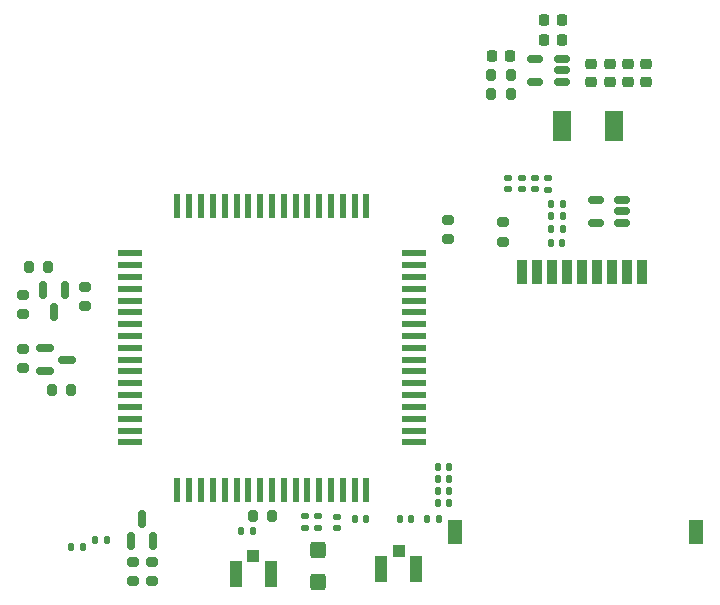
<source format=gbr>
G04 #@! TF.GenerationSoftware,KiCad,Pcbnew,7.0.2*
G04 #@! TF.CreationDate,2023-06-21T11:38:29+03:00*
G04 #@! TF.ProjectId,ELIESTER_V2,454c4945-5354-4455-925f-56322e6b6963,rev?*
G04 #@! TF.SameCoordinates,Original*
G04 #@! TF.FileFunction,Paste,Bot*
G04 #@! TF.FilePolarity,Positive*
%FSLAX46Y46*%
G04 Gerber Fmt 4.6, Leading zero omitted, Abs format (unit mm)*
G04 Created by KiCad (PCBNEW 7.0.2) date 2023-06-21 11:38:29*
%MOMM*%
%LPD*%
G01*
G04 APERTURE LIST*
G04 Aperture macros list*
%AMRoundRect*
0 Rectangle with rounded corners*
0 $1 Rounding radius*
0 $2 $3 $4 $5 $6 $7 $8 $9 X,Y pos of 4 corners*
0 Add a 4 corners polygon primitive as box body*
4,1,4,$2,$3,$4,$5,$6,$7,$8,$9,$2,$3,0*
0 Add four circle primitives for the rounded corners*
1,1,$1+$1,$2,$3*
1,1,$1+$1,$4,$5*
1,1,$1+$1,$6,$7*
1,1,$1+$1,$8,$9*
0 Add four rect primitives between the rounded corners*
20,1,$1+$1,$2,$3,$4,$5,0*
20,1,$1+$1,$4,$5,$6,$7,0*
20,1,$1+$1,$6,$7,$8,$9,0*
20,1,$1+$1,$8,$9,$2,$3,0*%
G04 Aperture macros list end*
%ADD10RoundRect,0.150000X0.512500X0.150000X-0.512500X0.150000X-0.512500X-0.150000X0.512500X-0.150000X0*%
%ADD11RoundRect,0.135000X0.135000X0.185000X-0.135000X0.185000X-0.135000X-0.185000X0.135000X-0.185000X0*%
%ADD12R,1.000000X1.050000*%
%ADD13R,1.050000X2.200000*%
%ADD14RoundRect,0.225000X-0.225000X-0.250000X0.225000X-0.250000X0.225000X0.250000X-0.225000X0.250000X0*%
%ADD15RoundRect,0.225000X0.250000X-0.225000X0.250000X0.225000X-0.250000X0.225000X-0.250000X-0.225000X0*%
%ADD16RoundRect,0.147500X-0.147500X-0.172500X0.147500X-0.172500X0.147500X0.172500X-0.147500X0.172500X0*%
%ADD17RoundRect,0.200000X0.200000X0.275000X-0.200000X0.275000X-0.200000X-0.275000X0.200000X-0.275000X0*%
%ADD18R,1.200000X2.000000*%
%ADD19R,0.950000X2.000000*%
%ADD20RoundRect,0.140000X0.140000X0.170000X-0.140000X0.170000X-0.140000X-0.170000X0.140000X-0.170000X0*%
%ADD21RoundRect,0.200000X-0.275000X0.200000X-0.275000X-0.200000X0.275000X-0.200000X0.275000X0.200000X0*%
%ADD22R,2.000000X0.500000*%
%ADD23R,0.500000X2.000000*%
%ADD24RoundRect,0.200000X0.275000X-0.200000X0.275000X0.200000X-0.275000X0.200000X-0.275000X-0.200000X0*%
%ADD25RoundRect,0.140000X-0.170000X0.140000X-0.170000X-0.140000X0.170000X-0.140000X0.170000X0.140000X0*%
%ADD26RoundRect,0.147500X0.147500X0.172500X-0.147500X0.172500X-0.147500X-0.172500X0.147500X-0.172500X0*%
%ADD27RoundRect,0.140000X0.170000X-0.140000X0.170000X0.140000X-0.170000X0.140000X-0.170000X-0.140000X0*%
%ADD28RoundRect,0.140000X-0.140000X-0.170000X0.140000X-0.170000X0.140000X0.170000X-0.140000X0.170000X0*%
%ADD29RoundRect,0.135000X0.185000X-0.135000X0.185000X0.135000X-0.185000X0.135000X-0.185000X-0.135000X0*%
%ADD30RoundRect,0.225000X0.225000X0.250000X-0.225000X0.250000X-0.225000X-0.250000X0.225000X-0.250000X0*%
%ADD31RoundRect,0.135000X-0.135000X-0.185000X0.135000X-0.185000X0.135000X0.185000X-0.135000X0.185000X0*%
%ADD32RoundRect,0.250000X-0.425000X0.450000X-0.425000X-0.450000X0.425000X-0.450000X0.425000X0.450000X0*%
%ADD33RoundRect,0.200000X-0.200000X-0.275000X0.200000X-0.275000X0.200000X0.275000X-0.200000X0.275000X0*%
%ADD34RoundRect,0.150000X-0.150000X0.587500X-0.150000X-0.587500X0.150000X-0.587500X0.150000X0.587500X0*%
%ADD35R,1.600000X2.500000*%
%ADD36RoundRect,0.150000X-0.587500X-0.150000X0.587500X-0.150000X0.587500X0.150000X-0.587500X0.150000X0*%
%ADD37RoundRect,0.150000X0.150000X-0.587500X0.150000X0.587500X-0.150000X0.587500X-0.150000X-0.587500X0*%
G04 APERTURE END LIST*
D10*
X242837500Y-95550000D03*
X242837500Y-96500000D03*
X242837500Y-97450000D03*
X240562500Y-97450000D03*
X240562500Y-95550000D03*
D11*
X202300000Y-136900000D03*
X201280000Y-136900000D03*
D12*
X229025000Y-137175000D03*
D13*
X227550000Y-138700000D03*
X230500000Y-138700000D03*
D14*
X236925000Y-95300000D03*
X238475000Y-95300000D03*
D12*
X216700000Y-137600000D03*
D13*
X215225000Y-139125000D03*
X218175000Y-139125000D03*
D15*
X248420000Y-97500000D03*
X248420000Y-95950000D03*
D16*
X215715000Y-135500000D03*
X216685000Y-135500000D03*
D15*
X250000000Y-97500000D03*
X250000000Y-95950000D03*
D17*
X218325000Y-134200000D03*
X216675000Y-134200000D03*
D18*
X254200000Y-135600000D03*
X233800000Y-135600000D03*
D19*
X240710000Y-113550000D03*
X239440000Y-113550000D03*
X249600000Y-113550000D03*
X243250000Y-113550000D03*
X244520000Y-113550000D03*
X248330000Y-113550000D03*
X245790000Y-113550000D03*
X247060000Y-113550000D03*
X241980000Y-113550000D03*
D20*
X233280000Y-131100000D03*
X232320000Y-131100000D03*
D21*
X202450000Y-114812500D03*
X202450000Y-116462500D03*
D22*
X206300000Y-128000000D03*
X206300000Y-127000000D03*
X206300000Y-126000000D03*
X206300000Y-125000000D03*
X206300000Y-124000000D03*
X206300000Y-123000000D03*
X206300000Y-122000000D03*
X206300000Y-121000000D03*
X206300000Y-120000000D03*
X206300000Y-119000000D03*
X206300000Y-118000000D03*
X206300000Y-117000000D03*
X206300000Y-116000000D03*
X206300000Y-115000000D03*
X206300000Y-114000000D03*
X206300000Y-113000000D03*
X206300000Y-112000000D03*
D23*
X210300000Y-108000000D03*
X211300000Y-108000000D03*
X212300000Y-108000000D03*
X213300000Y-108000000D03*
X214300000Y-108000000D03*
X215300000Y-108000000D03*
X216300000Y-108000000D03*
X217300000Y-108000000D03*
X218300000Y-108000000D03*
X219300000Y-108000000D03*
X220300000Y-108000000D03*
X221300000Y-108000000D03*
X222300000Y-108000000D03*
X223300000Y-108000000D03*
X224300000Y-108000000D03*
X225300000Y-108000000D03*
X226300000Y-108000000D03*
D22*
X230300000Y-112000000D03*
X230300000Y-113000000D03*
X230300000Y-114000000D03*
X230300000Y-115000000D03*
X230300000Y-116000000D03*
X230300000Y-117000000D03*
X230300000Y-118000000D03*
X230300000Y-119000000D03*
X230300000Y-120000000D03*
X230300000Y-121000000D03*
X230300000Y-122000000D03*
X230300000Y-123000000D03*
X230300000Y-124000000D03*
X230300000Y-125000000D03*
X230300000Y-126000000D03*
X230300000Y-127000000D03*
X230300000Y-128000000D03*
D23*
X226300000Y-132000000D03*
X225300000Y-132000000D03*
X224300000Y-132000000D03*
X223300000Y-132000000D03*
X222300000Y-132000000D03*
X221300000Y-132000000D03*
X220300000Y-132000000D03*
X219300000Y-132000000D03*
X218300000Y-132000000D03*
X217300000Y-132000000D03*
X216300000Y-132000000D03*
X215300000Y-132000000D03*
X214300000Y-132000000D03*
X213300000Y-132000000D03*
X212300000Y-132000000D03*
X211300000Y-132000000D03*
X210300000Y-132000000D03*
D24*
X206500000Y-139750000D03*
X206500000Y-138100000D03*
D25*
X223800000Y-134320000D03*
X223800000Y-135280000D03*
D26*
X230085000Y-134500000D03*
X229115000Y-134500000D03*
D27*
X238300000Y-106580000D03*
X238300000Y-105620000D03*
D26*
X233285000Y-132100000D03*
X232315000Y-132100000D03*
D25*
X221100000Y-134250000D03*
X221100000Y-135210000D03*
D24*
X208100000Y-139775000D03*
X208100000Y-138125000D03*
D28*
X232320000Y-133100000D03*
X233280000Y-133100000D03*
D29*
X241700000Y-106600000D03*
X241700000Y-105580000D03*
D27*
X239500000Y-106580000D03*
X239500000Y-105620000D03*
D20*
X242860000Y-111100000D03*
X241900000Y-111100000D03*
D30*
X242875000Y-92200000D03*
X241325000Y-92200000D03*
D15*
X245340000Y-97495000D03*
X245340000Y-95945000D03*
D31*
X241890000Y-108800000D03*
X242910000Y-108800000D03*
D17*
X238525000Y-98500000D03*
X236875000Y-98500000D03*
D31*
X231400000Y-134500000D03*
X232420000Y-134500000D03*
D11*
X204310000Y-136300000D03*
X203290000Y-136300000D03*
D24*
X197200000Y-121725000D03*
X197200000Y-120075000D03*
D20*
X233280000Y-130100000D03*
X232320000Y-130100000D03*
D32*
X222200000Y-137150000D03*
X222200000Y-139850000D03*
D17*
X201325000Y-123600000D03*
X199675000Y-123600000D03*
D24*
X197250000Y-117162500D03*
X197250000Y-115512500D03*
D27*
X240600000Y-106580000D03*
X240600000Y-105620000D03*
D33*
X236875000Y-96900000D03*
X238525000Y-96900000D03*
D17*
X199375000Y-113137500D03*
X197725000Y-113137500D03*
D31*
X241890000Y-109900000D03*
X242910000Y-109900000D03*
D34*
X198900000Y-115100000D03*
X200800000Y-115100000D03*
X199850000Y-116975000D03*
D28*
X225340000Y-134500000D03*
X226300000Y-134500000D03*
D25*
X222200000Y-134270000D03*
X222200000Y-135230000D03*
D35*
X242850000Y-101180000D03*
X247250000Y-101180000D03*
D36*
X199062500Y-121950000D03*
X199062500Y-120050000D03*
X200937500Y-121000000D03*
D24*
X237900000Y-111025000D03*
X237900000Y-109375000D03*
D15*
X246880000Y-97500000D03*
X246880000Y-95950000D03*
D30*
X242875000Y-93900000D03*
X241325000Y-93900000D03*
D10*
X247975000Y-107500000D03*
X247975000Y-108450000D03*
X247975000Y-109400000D03*
X245700000Y-109400000D03*
X245700000Y-107500000D03*
D24*
X233200000Y-110825000D03*
X233200000Y-109175000D03*
D31*
X241915000Y-107800000D03*
X242935000Y-107800000D03*
D37*
X208250000Y-136325000D03*
X206350000Y-136325000D03*
X207300000Y-134450000D03*
M02*

</source>
